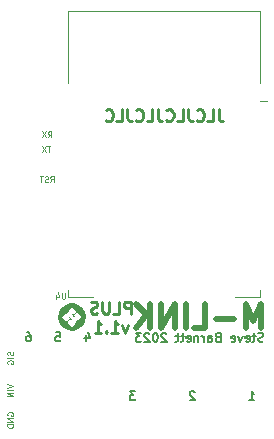
<source format=gbr>
%TF.GenerationSoftware,KiCad,Pcbnew,(6.0.8)*%
%TF.CreationDate,2023-03-28T19:59:18+01:00*%
%TF.ProjectId,m-link-plus,6d2d6c69-6e6b-42d7-906c-75732e6b6963,rev?*%
%TF.SameCoordinates,Original*%
%TF.FileFunction,Legend,Bot*%
%TF.FilePolarity,Positive*%
%FSLAX46Y46*%
G04 Gerber Fmt 4.6, Leading zero omitted, Abs format (unit mm)*
G04 Created by KiCad (PCBNEW (6.0.8)) date 2023-03-28 19:59:18*
%MOMM*%
%LPD*%
G01*
G04 APERTURE LIST*
%ADD10C,0.125000*%
%ADD11C,0.250000*%
%ADD12C,0.187500*%
%ADD13C,0.500000*%
%ADD14C,0.120000*%
G04 APERTURE END LIST*
D10*
X82880952Y-74026190D02*
X82595238Y-74026190D01*
X82738095Y-74526190D02*
X82738095Y-74026190D01*
X82476190Y-74026190D02*
X82142857Y-74526190D01*
X82142857Y-74026190D02*
X82476190Y-74526190D01*
X79250000Y-96869047D02*
X79226190Y-96821428D01*
X79226190Y-96750000D01*
X79250000Y-96678571D01*
X79297619Y-96630952D01*
X79345238Y-96607142D01*
X79440476Y-96583333D01*
X79511904Y-96583333D01*
X79607142Y-96607142D01*
X79654761Y-96630952D01*
X79702380Y-96678571D01*
X79726190Y-96750000D01*
X79726190Y-96797619D01*
X79702380Y-96869047D01*
X79678571Y-96892857D01*
X79511904Y-96892857D01*
X79511904Y-96797619D01*
X79726190Y-97107142D02*
X79226190Y-97107142D01*
X79726190Y-97392857D01*
X79226190Y-97392857D01*
X79726190Y-97630952D02*
X79226190Y-97630952D01*
X79226190Y-97750000D01*
X79250000Y-97821428D01*
X79297619Y-97869047D01*
X79345238Y-97892857D01*
X79440476Y-97916666D01*
X79511904Y-97916666D01*
X79607142Y-97892857D01*
X79654761Y-97869047D01*
X79702380Y-97821428D01*
X79726190Y-97750000D01*
X79726190Y-97630952D01*
D11*
X97119047Y-70952380D02*
X97119047Y-71666666D01*
X97166666Y-71809523D01*
X97261904Y-71904761D01*
X97404761Y-71952380D01*
X97500000Y-71952380D01*
X96166666Y-71952380D02*
X96642857Y-71952380D01*
X96642857Y-70952380D01*
X95261904Y-71857142D02*
X95309523Y-71904761D01*
X95452380Y-71952380D01*
X95547619Y-71952380D01*
X95690476Y-71904761D01*
X95785714Y-71809523D01*
X95833333Y-71714285D01*
X95880952Y-71523809D01*
X95880952Y-71380952D01*
X95833333Y-71190476D01*
X95785714Y-71095238D01*
X95690476Y-71000000D01*
X95547619Y-70952380D01*
X95452380Y-70952380D01*
X95309523Y-71000000D01*
X95261904Y-71047619D01*
X94547619Y-70952380D02*
X94547619Y-71666666D01*
X94595238Y-71809523D01*
X94690476Y-71904761D01*
X94833333Y-71952380D01*
X94928571Y-71952380D01*
X93595238Y-71952380D02*
X94071428Y-71952380D01*
X94071428Y-70952380D01*
X92690476Y-71857142D02*
X92738095Y-71904761D01*
X92880952Y-71952380D01*
X92976190Y-71952380D01*
X93119047Y-71904761D01*
X93214285Y-71809523D01*
X93261904Y-71714285D01*
X93309523Y-71523809D01*
X93309523Y-71380952D01*
X93261904Y-71190476D01*
X93214285Y-71095238D01*
X93119047Y-71000000D01*
X92976190Y-70952380D01*
X92880952Y-70952380D01*
X92738095Y-71000000D01*
X92690476Y-71047619D01*
X91976190Y-70952380D02*
X91976190Y-71666666D01*
X92023809Y-71809523D01*
X92119047Y-71904761D01*
X92261904Y-71952380D01*
X92357142Y-71952380D01*
X91023809Y-71952380D02*
X91500000Y-71952380D01*
X91500000Y-70952380D01*
X90119047Y-71857142D02*
X90166666Y-71904761D01*
X90309523Y-71952380D01*
X90404761Y-71952380D01*
X90547619Y-71904761D01*
X90642857Y-71809523D01*
X90690476Y-71714285D01*
X90738095Y-71523809D01*
X90738095Y-71380952D01*
X90690476Y-71190476D01*
X90642857Y-71095238D01*
X90547619Y-71000000D01*
X90404761Y-70952380D01*
X90309523Y-70952380D01*
X90166666Y-71000000D01*
X90119047Y-71047619D01*
X89404761Y-70952380D02*
X89404761Y-71666666D01*
X89452380Y-71809523D01*
X89547619Y-71904761D01*
X89690476Y-71952380D01*
X89785714Y-71952380D01*
X88452380Y-71952380D02*
X88928571Y-71952380D01*
X88928571Y-70952380D01*
X87547619Y-71857142D02*
X87595238Y-71904761D01*
X87738095Y-71952380D01*
X87833333Y-71952380D01*
X87976190Y-71904761D01*
X88071428Y-71809523D01*
X88119047Y-71714285D01*
X88166666Y-71523809D01*
X88166666Y-71380952D01*
X88119047Y-71190476D01*
X88071428Y-71095238D01*
X87976190Y-71000000D01*
X87833333Y-70952380D01*
X87738095Y-70952380D01*
X87595238Y-71000000D01*
X87547619Y-71047619D01*
D10*
X82683333Y-73326190D02*
X82850000Y-73088095D01*
X82969047Y-73326190D02*
X82969047Y-72826190D01*
X82778571Y-72826190D01*
X82730952Y-72850000D01*
X82707142Y-72873809D01*
X82683333Y-72921428D01*
X82683333Y-72992857D01*
X82707142Y-73040476D01*
X82730952Y-73064285D01*
X82778571Y-73088095D01*
X82969047Y-73088095D01*
X82516666Y-72826190D02*
X82183333Y-73326190D01*
X82183333Y-72826190D02*
X82516666Y-73326190D01*
D12*
X90045000Y-94839285D02*
X89580714Y-94839285D01*
X89830714Y-95125000D01*
X89723571Y-95125000D01*
X89652142Y-95160714D01*
X89616428Y-95196428D01*
X89580714Y-95267857D01*
X89580714Y-95446428D01*
X89616428Y-95517857D01*
X89652142Y-95553571D01*
X89723571Y-95589285D01*
X89937857Y-95589285D01*
X90009285Y-95553571D01*
X90045000Y-95517857D01*
D13*
X100738095Y-89454761D02*
X100738095Y-87454761D01*
X100071428Y-88883333D01*
X99404761Y-87454761D01*
X99404761Y-89454761D01*
X98452380Y-88692857D02*
X96928571Y-88692857D01*
X95023809Y-89454761D02*
X95976190Y-89454761D01*
X95976190Y-87454761D01*
X94357142Y-89454761D02*
X94357142Y-87454761D01*
X93404761Y-89454761D02*
X93404761Y-87454761D01*
X92261904Y-89454761D01*
X92261904Y-87454761D01*
X91309523Y-89454761D02*
X91309523Y-87454761D01*
X90166666Y-89454761D02*
X91023809Y-88311904D01*
X90166666Y-87454761D02*
X91309523Y-88597619D01*
D12*
X80857142Y-89839285D02*
X81000000Y-89839285D01*
X81071428Y-89875000D01*
X81107142Y-89910714D01*
X81178571Y-90017857D01*
X81214285Y-90160714D01*
X81214285Y-90446428D01*
X81178571Y-90517857D01*
X81142857Y-90553571D01*
X81071428Y-90589285D01*
X80928571Y-90589285D01*
X80857142Y-90553571D01*
X80821428Y-90517857D01*
X80785714Y-90446428D01*
X80785714Y-90267857D01*
X80821428Y-90196428D01*
X80857142Y-90160714D01*
X80928571Y-90125000D01*
X81071428Y-90125000D01*
X81142857Y-90160714D01*
X81178571Y-90196428D01*
X81214285Y-90267857D01*
X95089285Y-94910714D02*
X95053571Y-94875000D01*
X94982142Y-94839285D01*
X94803571Y-94839285D01*
X94732142Y-94875000D01*
X94696428Y-94910714D01*
X94660714Y-94982142D01*
X94660714Y-95053571D01*
X94696428Y-95160714D01*
X95125000Y-95589285D01*
X94660714Y-95589285D01*
X99715714Y-95589285D02*
X100144285Y-95589285D01*
X99930000Y-95589285D02*
X99930000Y-94839285D01*
X100001428Y-94946428D01*
X100072857Y-95017857D01*
X100144285Y-95053571D01*
D11*
X89666666Y-88247380D02*
X89666666Y-87247380D01*
X89285714Y-87247380D01*
X89190476Y-87295000D01*
X89142857Y-87342619D01*
X89095238Y-87437857D01*
X89095238Y-87580714D01*
X89142857Y-87675952D01*
X89190476Y-87723571D01*
X89285714Y-87771190D01*
X89666666Y-87771190D01*
X88190476Y-88247380D02*
X88666666Y-88247380D01*
X88666666Y-87247380D01*
X87857142Y-87247380D02*
X87857142Y-88056904D01*
X87809523Y-88152142D01*
X87761904Y-88199761D01*
X87666666Y-88247380D01*
X87476190Y-88247380D01*
X87380952Y-88199761D01*
X87333333Y-88152142D01*
X87285714Y-88056904D01*
X87285714Y-87247380D01*
X86857142Y-88199761D02*
X86714285Y-88247380D01*
X86476190Y-88247380D01*
X86380952Y-88199761D01*
X86333333Y-88152142D01*
X86285714Y-88056904D01*
X86285714Y-87961666D01*
X86333333Y-87866428D01*
X86380952Y-87818809D01*
X86476190Y-87771190D01*
X86666666Y-87723571D01*
X86761904Y-87675952D01*
X86809523Y-87628333D01*
X86857142Y-87533095D01*
X86857142Y-87437857D01*
X86809523Y-87342619D01*
X86761904Y-87295000D01*
X86666666Y-87247380D01*
X86428571Y-87247380D01*
X86285714Y-87295000D01*
X89428571Y-89190714D02*
X89190476Y-89857380D01*
X88952380Y-89190714D01*
X88047619Y-89857380D02*
X88619047Y-89857380D01*
X88333333Y-89857380D02*
X88333333Y-88857380D01*
X88428571Y-89000238D01*
X88523809Y-89095476D01*
X88619047Y-89143095D01*
X87619047Y-89762142D02*
X87571428Y-89809761D01*
X87619047Y-89857380D01*
X87666666Y-89809761D01*
X87619047Y-89762142D01*
X87619047Y-89857380D01*
X86619047Y-89857380D02*
X87190476Y-89857380D01*
X86904761Y-89857380D02*
X86904761Y-88857380D01*
X87000000Y-89000238D01*
X87095238Y-89095476D01*
X87190476Y-89143095D01*
D12*
X100892857Y-90603571D02*
X100785714Y-90639285D01*
X100607142Y-90639285D01*
X100535714Y-90603571D01*
X100500000Y-90567857D01*
X100464285Y-90496428D01*
X100464285Y-90425000D01*
X100500000Y-90353571D01*
X100535714Y-90317857D01*
X100607142Y-90282142D01*
X100750000Y-90246428D01*
X100821428Y-90210714D01*
X100857142Y-90175000D01*
X100892857Y-90103571D01*
X100892857Y-90032142D01*
X100857142Y-89960714D01*
X100821428Y-89925000D01*
X100750000Y-89889285D01*
X100571428Y-89889285D01*
X100464285Y-89925000D01*
X100250000Y-90139285D02*
X99964285Y-90139285D01*
X100142857Y-89889285D02*
X100142857Y-90532142D01*
X100107142Y-90603571D01*
X100035714Y-90639285D01*
X99964285Y-90639285D01*
X99428571Y-90603571D02*
X99500000Y-90639285D01*
X99642857Y-90639285D01*
X99714285Y-90603571D01*
X99750000Y-90532142D01*
X99750000Y-90246428D01*
X99714285Y-90175000D01*
X99642857Y-90139285D01*
X99500000Y-90139285D01*
X99428571Y-90175000D01*
X99392857Y-90246428D01*
X99392857Y-90317857D01*
X99750000Y-90389285D01*
X99142857Y-90139285D02*
X98964285Y-90639285D01*
X98785714Y-90139285D01*
X98214285Y-90603571D02*
X98285714Y-90639285D01*
X98428571Y-90639285D01*
X98500000Y-90603571D01*
X98535714Y-90532142D01*
X98535714Y-90246428D01*
X98500000Y-90175000D01*
X98428571Y-90139285D01*
X98285714Y-90139285D01*
X98214285Y-90175000D01*
X98178571Y-90246428D01*
X98178571Y-90317857D01*
X98535714Y-90389285D01*
X97035714Y-90246428D02*
X96928571Y-90282142D01*
X96892857Y-90317857D01*
X96857142Y-90389285D01*
X96857142Y-90496428D01*
X96892857Y-90567857D01*
X96928571Y-90603571D01*
X97000000Y-90639285D01*
X97285714Y-90639285D01*
X97285714Y-89889285D01*
X97035714Y-89889285D01*
X96964285Y-89925000D01*
X96928571Y-89960714D01*
X96892857Y-90032142D01*
X96892857Y-90103571D01*
X96928571Y-90175000D01*
X96964285Y-90210714D01*
X97035714Y-90246428D01*
X97285714Y-90246428D01*
X96214285Y-90639285D02*
X96214285Y-90246428D01*
X96250000Y-90175000D01*
X96321428Y-90139285D01*
X96464285Y-90139285D01*
X96535714Y-90175000D01*
X96214285Y-90603571D02*
X96285714Y-90639285D01*
X96464285Y-90639285D01*
X96535714Y-90603571D01*
X96571428Y-90532142D01*
X96571428Y-90460714D01*
X96535714Y-90389285D01*
X96464285Y-90353571D01*
X96285714Y-90353571D01*
X96214285Y-90317857D01*
X95857142Y-90639285D02*
X95857142Y-90139285D01*
X95857142Y-90282142D02*
X95821428Y-90210714D01*
X95785714Y-90175000D01*
X95714285Y-90139285D01*
X95642857Y-90139285D01*
X95392857Y-90139285D02*
X95392857Y-90639285D01*
X95392857Y-90210714D02*
X95357142Y-90175000D01*
X95285714Y-90139285D01*
X95178571Y-90139285D01*
X95107142Y-90175000D01*
X95071428Y-90246428D01*
X95071428Y-90639285D01*
X94428571Y-90603571D02*
X94500000Y-90639285D01*
X94642857Y-90639285D01*
X94714285Y-90603571D01*
X94750000Y-90532142D01*
X94750000Y-90246428D01*
X94714285Y-90175000D01*
X94642857Y-90139285D01*
X94500000Y-90139285D01*
X94428571Y-90175000D01*
X94392857Y-90246428D01*
X94392857Y-90317857D01*
X94750000Y-90389285D01*
X94178571Y-90139285D02*
X93892857Y-90139285D01*
X94071428Y-89889285D02*
X94071428Y-90532142D01*
X94035714Y-90603571D01*
X93964285Y-90639285D01*
X93892857Y-90639285D01*
X93750000Y-90139285D02*
X93464285Y-90139285D01*
X93642857Y-89889285D02*
X93642857Y-90532142D01*
X93607142Y-90603571D01*
X93535714Y-90639285D01*
X93464285Y-90639285D01*
X92678571Y-89960714D02*
X92642857Y-89925000D01*
X92571428Y-89889285D01*
X92392857Y-89889285D01*
X92321428Y-89925000D01*
X92285714Y-89960714D01*
X92250000Y-90032142D01*
X92250000Y-90103571D01*
X92285714Y-90210714D01*
X92714285Y-90639285D01*
X92250000Y-90639285D01*
X91785714Y-89889285D02*
X91714285Y-89889285D01*
X91642857Y-89925000D01*
X91607142Y-89960714D01*
X91571428Y-90032142D01*
X91535714Y-90175000D01*
X91535714Y-90353571D01*
X91571428Y-90496428D01*
X91607142Y-90567857D01*
X91642857Y-90603571D01*
X91714285Y-90639285D01*
X91785714Y-90639285D01*
X91857142Y-90603571D01*
X91892857Y-90567857D01*
X91928571Y-90496428D01*
X91964285Y-90353571D01*
X91964285Y-90175000D01*
X91928571Y-90032142D01*
X91892857Y-89960714D01*
X91857142Y-89925000D01*
X91785714Y-89889285D01*
X91250000Y-89960714D02*
X91214285Y-89925000D01*
X91142857Y-89889285D01*
X90964285Y-89889285D01*
X90892857Y-89925000D01*
X90857142Y-89960714D01*
X90821428Y-90032142D01*
X90821428Y-90103571D01*
X90857142Y-90210714D01*
X91285714Y-90639285D01*
X90821428Y-90639285D01*
X90571428Y-89889285D02*
X90107142Y-89889285D01*
X90357142Y-90175000D01*
X90250000Y-90175000D01*
X90178571Y-90210714D01*
X90142857Y-90246428D01*
X90107142Y-90317857D01*
X90107142Y-90496428D01*
X90142857Y-90567857D01*
X90178571Y-90603571D01*
X90250000Y-90639285D01*
X90464285Y-90639285D01*
X90535714Y-90603571D01*
X90571428Y-90567857D01*
X85857142Y-90089285D02*
X85857142Y-90589285D01*
X86035714Y-89803571D02*
X86214285Y-90339285D01*
X85750000Y-90339285D01*
D10*
X79226190Y-94202380D02*
X79726190Y-94369047D01*
X79226190Y-94535714D01*
X79726190Y-94702380D02*
X79226190Y-94702380D01*
X79726190Y-94940476D02*
X79226190Y-94940476D01*
X79726190Y-95226190D01*
X79226190Y-95226190D01*
X79702380Y-91488095D02*
X79726190Y-91559523D01*
X79726190Y-91678571D01*
X79702380Y-91726190D01*
X79678571Y-91750000D01*
X79630952Y-91773809D01*
X79583333Y-91773809D01*
X79535714Y-91750000D01*
X79511904Y-91726190D01*
X79488095Y-91678571D01*
X79464285Y-91583333D01*
X79440476Y-91535714D01*
X79416666Y-91511904D01*
X79369047Y-91488095D01*
X79321428Y-91488095D01*
X79273809Y-91511904D01*
X79250000Y-91535714D01*
X79226190Y-91583333D01*
X79226190Y-91702380D01*
X79250000Y-91773809D01*
X79726190Y-91988095D02*
X79226190Y-91988095D01*
X79250000Y-92488095D02*
X79226190Y-92440476D01*
X79226190Y-92369047D01*
X79250000Y-92297619D01*
X79297619Y-92250000D01*
X79345238Y-92226190D01*
X79440476Y-92202380D01*
X79511904Y-92202380D01*
X79607142Y-92226190D01*
X79654761Y-92250000D01*
X79702380Y-92297619D01*
X79726190Y-92369047D01*
X79726190Y-92416666D01*
X79702380Y-92488095D01*
X79678571Y-92511904D01*
X79511904Y-92511904D01*
X79511904Y-92416666D01*
X82873809Y-77126190D02*
X83040476Y-76888095D01*
X83159523Y-77126190D02*
X83159523Y-76626190D01*
X82969047Y-76626190D01*
X82921428Y-76650000D01*
X82897619Y-76673809D01*
X82873809Y-76721428D01*
X82873809Y-76792857D01*
X82897619Y-76840476D01*
X82921428Y-76864285D01*
X82969047Y-76888095D01*
X83159523Y-76888095D01*
X82683333Y-77102380D02*
X82611904Y-77126190D01*
X82492857Y-77126190D01*
X82445238Y-77102380D01*
X82421428Y-77078571D01*
X82397619Y-77030952D01*
X82397619Y-76983333D01*
X82421428Y-76935714D01*
X82445238Y-76911904D01*
X82492857Y-76888095D01*
X82588095Y-76864285D01*
X82635714Y-76840476D01*
X82659523Y-76816666D01*
X82683333Y-76769047D01*
X82683333Y-76721428D01*
X82659523Y-76673809D01*
X82635714Y-76650000D01*
X82588095Y-76626190D01*
X82469047Y-76626190D01*
X82397619Y-76650000D01*
X82254761Y-76626190D02*
X81969047Y-76626190D01*
X82111904Y-77126190D02*
X82111904Y-76626190D01*
D12*
X83321428Y-89839285D02*
X83678571Y-89839285D01*
X83714285Y-90196428D01*
X83678571Y-90160714D01*
X83607142Y-90125000D01*
X83428571Y-90125000D01*
X83357142Y-90160714D01*
X83321428Y-90196428D01*
X83285714Y-90267857D01*
X83285714Y-90446428D01*
X83321428Y-90517857D01*
X83357142Y-90553571D01*
X83428571Y-90589285D01*
X83607142Y-90589285D01*
X83678571Y-90553571D01*
X83714285Y-90517857D01*
D10*
%TO.C,U4*%
X84130952Y-86476190D02*
X84130952Y-86880952D01*
X84107142Y-86928571D01*
X84083333Y-86952380D01*
X84035714Y-86976190D01*
X83940476Y-86976190D01*
X83892857Y-86952380D01*
X83869047Y-86928571D01*
X83845238Y-86880952D01*
X83845238Y-86476190D01*
X83392857Y-86642857D02*
X83392857Y-86976190D01*
X83511904Y-86452380D02*
X83630952Y-86809523D01*
X83321428Y-86809523D01*
D14*
X100620000Y-70250000D02*
X101230000Y-70250000D01*
X84380000Y-86870000D02*
X86500000Y-86870000D01*
X84380000Y-86250000D02*
X84380000Y-86870000D01*
X100620000Y-62630000D02*
X84380000Y-62630000D01*
X84380000Y-62630000D02*
X84380000Y-68750000D01*
X100620000Y-86870000D02*
X100620000Y-86250000D01*
X100620000Y-68750000D02*
X100620000Y-62630000D01*
X98500000Y-86870000D02*
X100620000Y-86870000D01*
%TO.C,G\u002A\u002A\u002A*%
G36*
X85860161Y-88644819D02*
G01*
X85847736Y-88751338D01*
X85827866Y-88841449D01*
X85777301Y-88980509D01*
X85696192Y-89136230D01*
X85595165Y-89276227D01*
X85476093Y-89398878D01*
X85340849Y-89502557D01*
X85191305Y-89585641D01*
X85029335Y-89646505D01*
X84856812Y-89683525D01*
X84843730Y-89685110D01*
X84783638Y-89689210D01*
X84712937Y-89690544D01*
X84644303Y-89688799D01*
X84520394Y-89675671D01*
X84352608Y-89636060D01*
X84195210Y-89573237D01*
X84050127Y-89488809D01*
X83919285Y-89384381D01*
X83804609Y-89261560D01*
X83708025Y-89121950D01*
X83631461Y-88967158D01*
X83576841Y-88798790D01*
X83561448Y-88718153D01*
X83550362Y-88605632D01*
X83549042Y-88534048D01*
X83862143Y-88534048D01*
X84252313Y-88923522D01*
X84382965Y-88792870D01*
X84513617Y-88662217D01*
X84474399Y-88621282D01*
X84463907Y-88610200D01*
X84446334Y-88588134D01*
X84445162Y-88573327D01*
X84458246Y-88557282D01*
X84464565Y-88551537D01*
X84475703Y-88546843D01*
X84490124Y-88551280D01*
X84511702Y-88567382D01*
X84544310Y-88597686D01*
X84591821Y-88644726D01*
X84622062Y-88675096D01*
X84658805Y-88713208D01*
X84680337Y-88738729D01*
X84689189Y-88755544D01*
X84687889Y-88767539D01*
X84678968Y-88778599D01*
X84671209Y-88785995D01*
X84656949Y-88793155D01*
X84640512Y-88785302D01*
X84613777Y-88760135D01*
X84571950Y-88718308D01*
X84445721Y-88842906D01*
X84436049Y-88852488D01*
X84390435Y-88898692D01*
X84353413Y-88937840D01*
X84328570Y-88966053D01*
X84319492Y-88979451D01*
X84319866Y-88980571D01*
X84332439Y-88996678D01*
X84360750Y-89028014D01*
X84401928Y-89071537D01*
X84453106Y-89124206D01*
X84511413Y-89182976D01*
X84703334Y-89374555D01*
X84834414Y-89242981D01*
X84840685Y-89236685D01*
X84890828Y-89185888D01*
X84924458Y-89150130D01*
X84943987Y-89125936D01*
X84951830Y-89109835D01*
X84950398Y-89098354D01*
X84942107Y-89088021D01*
X84936280Y-89081393D01*
X84932656Y-89071214D01*
X84936779Y-89057582D01*
X84950937Y-89037415D01*
X84977416Y-89007628D01*
X85018503Y-88965140D01*
X85076487Y-88906867D01*
X85113249Y-88870203D01*
X85162025Y-88822378D01*
X85197043Y-88789986D01*
X85221485Y-88770647D01*
X85238529Y-88761979D01*
X85251354Y-88761604D01*
X85263142Y-88767141D01*
X85275254Y-88772997D01*
X85288722Y-88772834D01*
X85306413Y-88763611D01*
X85331963Y-88742774D01*
X85369008Y-88707765D01*
X85421182Y-88656030D01*
X85550334Y-88526878D01*
X85155858Y-88132402D01*
X85025589Y-88263734D01*
X84895320Y-88395067D01*
X84937205Y-88438282D01*
X84979091Y-88481497D01*
X84917023Y-88539807D01*
X84806558Y-88428766D01*
X84696094Y-88317725D01*
X84755717Y-88258102D01*
X84797025Y-88298139D01*
X84838333Y-88338177D01*
X84969028Y-88206991D01*
X85099722Y-88075804D01*
X84904637Y-87881067D01*
X84709552Y-87686331D01*
X84579402Y-87816480D01*
X84553905Y-87842096D01*
X84509340Y-87888087D01*
X84480794Y-87920351D01*
X84465814Y-87942180D01*
X84461947Y-87956866D01*
X84466740Y-87967701D01*
X84471630Y-87973727D01*
X84476347Y-87982639D01*
X84475401Y-87993300D01*
X84466567Y-88008596D01*
X84447626Y-88031410D01*
X84416352Y-88064626D01*
X84370526Y-88111127D01*
X84307924Y-88173799D01*
X84305405Y-88176317D01*
X84251534Y-88229687D01*
X84212965Y-88266245D01*
X84186403Y-88288402D01*
X84168558Y-88298572D01*
X84156137Y-88299169D01*
X84145848Y-88292605D01*
X84136943Y-88286450D01*
X84124868Y-88285822D01*
X84107825Y-88294700D01*
X84082390Y-88315553D01*
X84045138Y-88350848D01*
X83992645Y-88403055D01*
X83862143Y-88534048D01*
X83549042Y-88534048D01*
X83548201Y-88488420D01*
X83555075Y-88376502D01*
X83571094Y-88279865D01*
X83578474Y-88250686D01*
X83636475Y-88080949D01*
X83715631Y-87925874D01*
X83814162Y-87786878D01*
X83930291Y-87665378D01*
X84062240Y-87562791D01*
X84208231Y-87480534D01*
X84366486Y-87420024D01*
X84535228Y-87382679D01*
X84712678Y-87369916D01*
X84713164Y-87369916D01*
X84888825Y-87382782D01*
X85055962Y-87421140D01*
X85214200Y-87484839D01*
X85363163Y-87573728D01*
X85502474Y-87687656D01*
X85527732Y-87712045D01*
X85641881Y-87842386D01*
X85732392Y-87984260D01*
X85800420Y-88139761D01*
X85847124Y-88310980D01*
X85849300Y-88322267D01*
X85861289Y-88420738D01*
X85864650Y-88526878D01*
X85864794Y-88531438D01*
X85860161Y-88644819D01*
G37*
%TD*%
M02*

</source>
